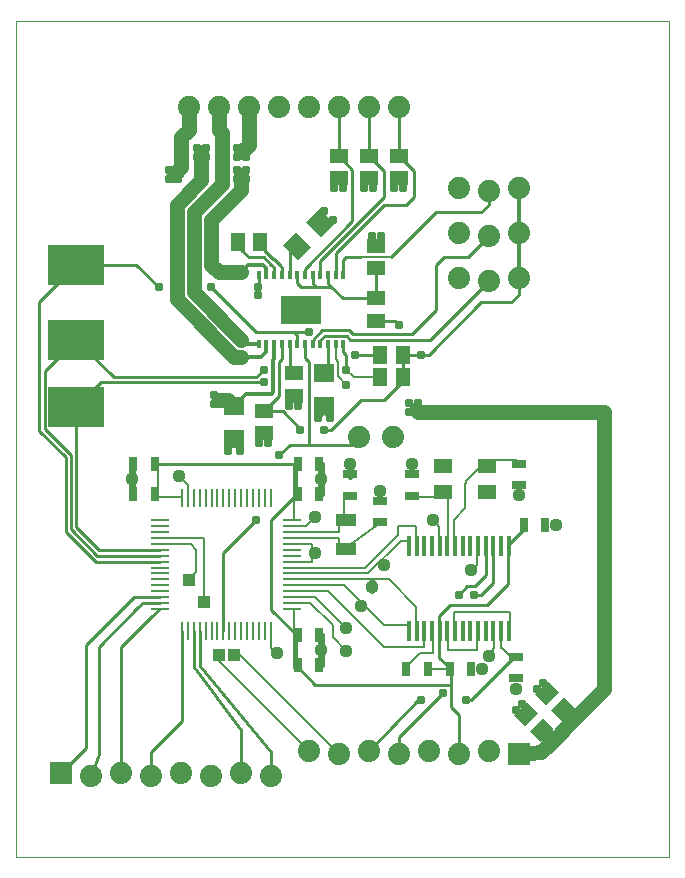
<source format=gtl>
G75*
%MOIN*%
%OFA0B0*%
%FSLAX25Y25*%
%IPPOS*%
%LPD*%
%AMOC8*
5,1,8,0,0,1.08239X$1,22.5*
%
%ADD10C,0.00000*%
%ADD11C,0.07400*%
%ADD12R,0.07087X0.06299*%
%ADD13R,0.05118X0.05906*%
%ADD14R,0.06299X0.07087*%
%ADD15R,0.05906X0.05118*%
%ADD16R,0.07400X0.07400*%
%ADD17R,0.01181X0.02953*%
%ADD18R,0.13780X0.09449*%
%ADD19R,0.00984X0.06102*%
%ADD20R,0.06102X0.00984*%
%ADD21R,0.01575X0.06890*%
%ADD22R,0.07087X0.03937*%
%ADD23R,0.03150X0.04724*%
%ADD24C,0.00800*%
%ADD25R,0.04724X0.03150*%
%ADD26C,0.04400*%
%ADD27C,0.02400*%
%ADD28R,0.06299X0.04921*%
%ADD29R,0.03937X0.00984*%
%ADD30R,0.00984X0.03937*%
%ADD31R,0.18504X0.13504*%
%ADD32C,0.01000*%
%ADD33OC8,0.02978*%
%ADD34C,0.05000*%
%ADD35C,0.01200*%
%ADD36C,0.00600*%
%ADD37R,0.03962X0.03962*%
D10*
X0001400Y0006400D02*
X0001400Y0285101D01*
X0218821Y0285101D01*
X0218821Y0006400D01*
X0001400Y0006400D01*
D11*
X0026400Y0033400D03*
X0036400Y0034400D03*
X0046400Y0033400D03*
X0056400Y0034400D03*
X0066400Y0033400D03*
X0076400Y0034400D03*
X0086400Y0033400D03*
X0098900Y0041900D03*
X0108900Y0040900D03*
X0118900Y0041900D03*
X0128900Y0040900D03*
X0138900Y0041900D03*
X0148900Y0040900D03*
X0158900Y0041900D03*
X0127100Y0146400D03*
X0115700Y0146400D03*
X0148900Y0199400D03*
X0158900Y0198400D03*
X0168900Y0199400D03*
X0168900Y0214400D03*
X0158900Y0213400D03*
X0148900Y0214400D03*
X0158900Y0228400D03*
X0168900Y0229400D03*
X0148900Y0229400D03*
X0128900Y0256400D03*
X0118900Y0256400D03*
X0108900Y0256400D03*
X0098900Y0256400D03*
X0088900Y0256400D03*
X0078900Y0256400D03*
X0068900Y0256400D03*
X0058900Y0256400D03*
D12*
X0103900Y0167912D03*
X0103900Y0156888D03*
X0073900Y0156912D03*
X0073900Y0145888D03*
D13*
X0122660Y0166400D03*
X0122660Y0173900D03*
X0130140Y0173900D03*
X0130140Y0166400D03*
X0082640Y0211400D03*
X0075160Y0211400D03*
G36*
X0178048Y0057219D02*
X0174429Y0060838D01*
X0178604Y0065013D01*
X0182223Y0061394D01*
X0178048Y0057219D01*
G37*
G36*
X0176267Y0044858D02*
X0172648Y0048477D01*
X0176823Y0052652D01*
X0180442Y0049033D01*
X0176267Y0044858D01*
G37*
G36*
X0170977Y0050148D02*
X0167358Y0053767D01*
X0171533Y0057942D01*
X0175152Y0054323D01*
X0170977Y0050148D01*
G37*
G36*
X0183338Y0051929D02*
X0179719Y0055548D01*
X0183894Y0059723D01*
X0187513Y0056104D01*
X0183338Y0051929D01*
G37*
D14*
G36*
X0090272Y0210281D02*
X0094725Y0214734D01*
X0099734Y0209725D01*
X0095281Y0205272D01*
X0090272Y0210281D01*
G37*
G36*
X0098066Y0218075D02*
X0102519Y0222528D01*
X0107528Y0217519D01*
X0103075Y0213066D01*
X0098066Y0218075D01*
G37*
D15*
X0108900Y0232660D03*
X0108900Y0240140D03*
X0118900Y0240140D03*
X0118900Y0232660D03*
X0128900Y0232660D03*
X0128900Y0240140D03*
X0121400Y0210140D03*
X0121400Y0202660D03*
X0121400Y0192640D03*
X0121400Y0185160D03*
X0093900Y0167640D03*
X0093900Y0160160D03*
X0083900Y0155140D03*
X0083900Y0147660D03*
D16*
X0168900Y0040900D03*
X0016400Y0034400D03*
D17*
X0082227Y0177384D03*
X0084786Y0177384D03*
X0087345Y0177384D03*
X0089904Y0177384D03*
X0092463Y0177384D03*
X0095022Y0177384D03*
X0097581Y0177384D03*
X0100140Y0177384D03*
X0102699Y0177384D03*
X0105258Y0177384D03*
X0107817Y0177384D03*
X0110376Y0177384D03*
X0110376Y0200416D03*
X0107817Y0200416D03*
X0105258Y0200416D03*
X0102699Y0200416D03*
X0100140Y0200416D03*
X0097581Y0200416D03*
X0095022Y0200416D03*
X0092463Y0200416D03*
X0089904Y0200416D03*
X0087345Y0200416D03*
X0084786Y0200416D03*
X0082227Y0200416D03*
D18*
X0096400Y0188900D03*
D19*
X0086164Y0125947D03*
X0084195Y0125947D03*
X0082227Y0125947D03*
X0080258Y0125947D03*
X0078290Y0125947D03*
X0076321Y0125947D03*
X0074353Y0125947D03*
X0072384Y0125947D03*
X0070416Y0125947D03*
X0068447Y0125947D03*
X0066479Y0125947D03*
X0064510Y0125947D03*
X0062542Y0125947D03*
X0060573Y0125947D03*
X0058605Y0125947D03*
X0056636Y0125947D03*
X0056636Y0081853D03*
X0058605Y0081853D03*
X0060573Y0081853D03*
X0062542Y0081853D03*
X0064510Y0081853D03*
X0066479Y0081853D03*
X0068447Y0081853D03*
X0070416Y0081853D03*
X0072384Y0081853D03*
X0074353Y0081853D03*
X0076321Y0081853D03*
X0078290Y0081853D03*
X0080258Y0081853D03*
X0082227Y0081853D03*
X0084195Y0081853D03*
X0086164Y0081853D03*
D20*
X0093447Y0089136D03*
X0093447Y0091105D03*
X0093447Y0093073D03*
X0093447Y0095042D03*
X0093447Y0097010D03*
X0093447Y0098979D03*
X0093447Y0100947D03*
X0093447Y0102916D03*
X0093447Y0104884D03*
X0093447Y0106853D03*
X0093447Y0108821D03*
X0093447Y0110790D03*
X0093447Y0112758D03*
X0093447Y0114727D03*
X0093447Y0116695D03*
X0093447Y0118664D03*
X0049353Y0118664D03*
X0049353Y0116695D03*
X0049353Y0114727D03*
X0049353Y0112758D03*
X0049353Y0110790D03*
X0049353Y0108821D03*
X0049353Y0106853D03*
X0049353Y0104884D03*
X0049353Y0102916D03*
X0049353Y0100947D03*
X0049353Y0098979D03*
X0049353Y0097010D03*
X0049353Y0095042D03*
X0049353Y0093073D03*
X0049353Y0091105D03*
X0049353Y0089136D03*
D21*
X0132266Y0081853D03*
X0134825Y0081853D03*
X0137384Y0081853D03*
X0139943Y0081853D03*
X0142502Y0081853D03*
X0145061Y0081853D03*
X0147620Y0081853D03*
X0150180Y0081853D03*
X0152739Y0081853D03*
X0155298Y0081853D03*
X0157857Y0081853D03*
X0160416Y0081853D03*
X0162975Y0081853D03*
X0165534Y0081853D03*
X0165534Y0110199D03*
X0162975Y0110199D03*
X0160416Y0110199D03*
X0157857Y0110199D03*
X0155298Y0110199D03*
X0152739Y0110199D03*
X0150180Y0110199D03*
X0147620Y0110199D03*
X0145061Y0110199D03*
X0142502Y0110199D03*
X0139943Y0110199D03*
X0137384Y0110199D03*
X0134825Y0110199D03*
X0132266Y0110199D03*
D22*
X0111400Y0108979D03*
X0111400Y0118821D03*
D23*
X0102424Y0127522D03*
X0095337Y0127522D03*
X0095337Y0137365D03*
X0102424Y0137365D03*
X0102424Y0080278D03*
X0095337Y0080278D03*
X0095337Y0070435D03*
X0102424Y0070435D03*
X0131420Y0068959D03*
X0138506Y0068959D03*
X0146026Y0068959D03*
X0153113Y0068959D03*
X0170632Y0117187D03*
X0177719Y0117187D03*
X0047463Y0127522D03*
X0040376Y0127522D03*
X0040376Y0137365D03*
X0047463Y0137365D03*
D24*
X0048762Y0138349D02*
X0048762Y0126538D01*
X0056636Y0126538D01*
X0058605Y0126538D02*
X0058605Y0130143D01*
X0058370Y0130709D02*
X0054668Y0134412D01*
X0058371Y0130709D02*
X0058406Y0130670D01*
X0058440Y0130630D01*
X0058470Y0130587D01*
X0058498Y0130543D01*
X0058522Y0130497D01*
X0058544Y0130449D01*
X0058563Y0130400D01*
X0058578Y0130350D01*
X0058590Y0130299D01*
X0058598Y0130247D01*
X0058603Y0130195D01*
X0058605Y0130143D01*
X0048762Y0126538D02*
X0047778Y0126538D01*
X0049353Y0112758D02*
X0063900Y0112758D01*
X0063900Y0091400D01*
X0058900Y0098900D02*
X0061400Y0101400D01*
X0061400Y0108900D01*
X0059510Y0110790D01*
X0049353Y0110790D01*
X0068900Y0073900D02*
X0068900Y0071900D01*
X0098900Y0041900D01*
X0108900Y0040900D02*
X0075900Y0073900D01*
X0073900Y0073900D01*
X0086164Y0076672D02*
X0086164Y0081262D01*
X0086164Y0076672D02*
X0086166Y0076620D01*
X0086171Y0076568D01*
X0086179Y0076516D01*
X0086191Y0076465D01*
X0086206Y0076415D01*
X0086225Y0076366D01*
X0086247Y0076318D01*
X0086271Y0076272D01*
X0086299Y0076228D01*
X0086329Y0076185D01*
X0086363Y0076145D01*
X0086398Y0076106D01*
X0086398Y0076107D02*
X0088132Y0074372D01*
X0094038Y0069451D02*
X0094038Y0089136D01*
X0095514Y0091105D02*
X0099451Y0091105D01*
X0106833Y0083723D01*
X0106833Y0079717D01*
X0111400Y0075150D01*
X0110044Y0081733D02*
X0110044Y0083957D01*
X0100928Y0093073D01*
X0095022Y0093073D01*
X0093054Y0095042D02*
X0105396Y0095042D01*
X0124097Y0076341D01*
X0137345Y0076341D01*
X0137345Y0079294D01*
X0140298Y0079294D02*
X0140298Y0074372D01*
X0135869Y0074372D01*
X0131931Y0070435D01*
X0137837Y0068959D02*
X0145711Y0068959D01*
X0145711Y0067975D02*
X0145219Y0067975D01*
X0145711Y0069943D02*
X0142758Y0072896D01*
X0142758Y0079786D01*
X0145219Y0080278D02*
X0145219Y0075357D01*
X0155061Y0075357D01*
X0155061Y0080278D01*
X0160475Y0076180D02*
X0160469Y0076088D01*
X0160459Y0075996D01*
X0160445Y0075905D01*
X0160427Y0075814D01*
X0160406Y0075724D01*
X0160381Y0075635D01*
X0160353Y0075547D01*
X0160321Y0075460D01*
X0160285Y0075375D01*
X0160246Y0075291D01*
X0160203Y0075209D01*
X0160157Y0075129D01*
X0160108Y0075051D01*
X0160055Y0074975D01*
X0160000Y0074901D01*
X0159941Y0074830D01*
X0159880Y0074761D01*
X0159815Y0074694D01*
X0159748Y0074630D01*
X0158506Y0073388D01*
X0160475Y0076180D02*
X0160475Y0081754D01*
X0162935Y0080278D02*
X0162935Y0076672D01*
X0163170Y0076107D02*
X0165888Y0073388D01*
X0163169Y0076106D02*
X0163134Y0076145D01*
X0163100Y0076185D01*
X0163070Y0076228D01*
X0163042Y0076272D01*
X0163018Y0076318D01*
X0162996Y0076366D01*
X0162977Y0076415D01*
X0162962Y0076465D01*
X0162950Y0076516D01*
X0162942Y0076568D01*
X0162937Y0076620D01*
X0162935Y0076672D01*
X0165888Y0080278D02*
X0165888Y0088152D01*
X0147187Y0088152D01*
X0147187Y0082246D01*
X0134642Y0083473D02*
X0134642Y0089870D01*
X0125534Y0098979D01*
X0094038Y0098979D01*
X0095022Y0100947D02*
X0118644Y0100947D01*
X0129237Y0111540D01*
X0129802Y0111774D02*
X0132424Y0111774D01*
X0134642Y0111774D02*
X0134642Y0116695D01*
X0128487Y0116695D01*
X0128487Y0114074D01*
X0128252Y0113508D02*
X0117660Y0102916D01*
X0095022Y0102916D01*
X0096338Y0104884D02*
X0099943Y0104884D01*
X0099943Y0110790D01*
X0094038Y0110790D01*
X0094038Y0112758D02*
X0108802Y0112758D01*
X0108802Y0108821D01*
X0111754Y0109806D02*
X0122581Y0117680D01*
X0128487Y0114074D02*
X0128485Y0114022D01*
X0128480Y0113970D01*
X0128472Y0113918D01*
X0128460Y0113867D01*
X0128445Y0113817D01*
X0128426Y0113768D01*
X0128404Y0113720D01*
X0128380Y0113674D01*
X0128352Y0113630D01*
X0128322Y0113587D01*
X0128288Y0113547D01*
X0128253Y0113508D01*
X0129236Y0111540D02*
X0129275Y0111575D01*
X0129315Y0111609D01*
X0129358Y0111639D01*
X0129402Y0111667D01*
X0129448Y0111691D01*
X0129496Y0111713D01*
X0129545Y0111732D01*
X0129595Y0111747D01*
X0129646Y0111759D01*
X0129698Y0111767D01*
X0129750Y0111772D01*
X0129802Y0111774D01*
X0140298Y0118664D02*
X0142032Y0116930D01*
X0142266Y0116364D02*
X0142266Y0109806D01*
X0145219Y0110790D02*
X0145219Y0127522D01*
X0143250Y0126538D02*
X0132424Y0126538D01*
X0142032Y0116930D02*
X0142067Y0116891D01*
X0142101Y0116851D01*
X0142131Y0116808D01*
X0142159Y0116764D01*
X0142183Y0116718D01*
X0142205Y0116670D01*
X0142224Y0116621D01*
X0142239Y0116571D01*
X0142251Y0116520D01*
X0142259Y0116468D01*
X0142264Y0116416D01*
X0142266Y0116364D01*
X0147187Y0118332D02*
X0147187Y0110790D01*
X0147187Y0118332D02*
X0147189Y0118384D01*
X0147194Y0118436D01*
X0147202Y0118488D01*
X0147214Y0118539D01*
X0147229Y0118589D01*
X0147248Y0118638D01*
X0147270Y0118686D01*
X0147294Y0118732D01*
X0147322Y0118776D01*
X0147352Y0118819D01*
X0147386Y0118859D01*
X0147421Y0118898D01*
X0147422Y0118898D02*
X0151124Y0122601D01*
X0151124Y0131128D01*
X0151359Y0131693D02*
X0156046Y0136380D01*
X0158506Y0138841D02*
X0167525Y0138841D01*
X0168091Y0138607D02*
X0168841Y0137857D01*
X0168091Y0138607D02*
X0168052Y0138642D01*
X0168012Y0138676D01*
X0167969Y0138706D01*
X0167925Y0138734D01*
X0167879Y0138758D01*
X0167831Y0138780D01*
X0167782Y0138799D01*
X0167732Y0138814D01*
X0167681Y0138826D01*
X0167629Y0138834D01*
X0167577Y0138839D01*
X0167525Y0138841D01*
X0151358Y0131694D02*
X0151323Y0131655D01*
X0151289Y0131615D01*
X0151259Y0131572D01*
X0151231Y0131528D01*
X0151207Y0131482D01*
X0151185Y0131434D01*
X0151166Y0131385D01*
X0151151Y0131335D01*
X0151139Y0131284D01*
X0151131Y0131232D01*
X0151126Y0131180D01*
X0151124Y0131128D01*
X0155061Y0108821D02*
X0155061Y0104231D01*
X0154827Y0103666D02*
X0153093Y0101931D01*
X0154827Y0103665D02*
X0154862Y0103704D01*
X0154896Y0103744D01*
X0154926Y0103787D01*
X0154954Y0103831D01*
X0154978Y0103877D01*
X0155000Y0103925D01*
X0155019Y0103974D01*
X0155034Y0104024D01*
X0155046Y0104075D01*
X0155054Y0104127D01*
X0155059Y0104179D01*
X0155061Y0104231D01*
X0165709Y0110610D02*
X0170317Y0115219D01*
X0132424Y0083723D02*
X0124057Y0083723D01*
X0110770Y0097010D01*
X0092561Y0097010D01*
X0094038Y0114727D02*
X0108802Y0114727D01*
X0108802Y0118664D01*
X0110770Y0118664D02*
X0110770Y0126538D01*
X0100928Y0119648D02*
X0097975Y0116695D01*
X0095022Y0116695D01*
X0094038Y0118664D02*
X0094038Y0137857D01*
X0111400Y0163900D02*
X0108643Y0166657D01*
X0108643Y0171558D01*
X0107817Y0172384D01*
X0107817Y0177384D01*
X0111400Y0168900D02*
X0113900Y0166400D01*
X0122660Y0166400D01*
D25*
X0112739Y0133939D03*
X0112739Y0126853D03*
X0122581Y0125081D03*
X0122581Y0117994D03*
X0133408Y0126853D03*
X0133408Y0133939D03*
X0168841Y0130455D03*
X0168841Y0137542D03*
X0167857Y0073073D03*
X0167857Y0065987D03*
D26*
X0167857Y0062561D03*
X0158998Y0073388D03*
X0156538Y0068959D03*
X0153093Y0101931D03*
X0140298Y0118664D03*
X0133408Y0137365D03*
X0122581Y0128506D03*
X0112739Y0137365D03*
X0102896Y0132443D03*
X0100928Y0119648D03*
X0100928Y0107837D03*
X0116415Y0090170D03*
X0120036Y0096418D03*
X0123950Y0103900D03*
X0111400Y0082650D03*
X0111400Y0075150D03*
X0102896Y0075357D03*
X0088132Y0074372D03*
X0055652Y0133428D03*
X0039904Y0132443D03*
X0168841Y0127030D03*
X0181144Y0117187D03*
D27*
X0120000Y0098000D02*
X0120000Y0095500D01*
X0102896Y0080357D02*
X0102896Y0070435D01*
X0102896Y0127522D02*
X0102896Y0137443D01*
X0112739Y0137365D02*
X0112739Y0133428D01*
X0039904Y0137365D02*
X0039904Y0127443D01*
D28*
X0143762Y0128034D03*
X0143762Y0136695D03*
X0158329Y0136695D03*
X0158329Y0128034D03*
D29*
X0167857Y0073782D03*
D30*
X0145711Y0068959D03*
X0170317Y0117187D03*
X0094645Y0137295D03*
X0047926Y0137495D03*
X0094567Y0070431D03*
D31*
X0021400Y0156400D03*
X0021400Y0178900D03*
X0021400Y0203900D03*
D32*
X0041400Y0203900D01*
X0048900Y0196400D01*
X0066400Y0196400D02*
X0081400Y0181400D01*
X0093900Y0181400D01*
X0093917Y0181417D01*
X0098883Y0181417D01*
X0100140Y0178731D02*
X0103370Y0181961D01*
X0112251Y0181961D01*
X0113512Y0180700D01*
X0133200Y0180700D01*
X0141400Y0188900D01*
X0141400Y0203900D01*
X0143900Y0206400D01*
X0151900Y0206400D01*
X0158900Y0213400D01*
X0156400Y0221400D02*
X0141400Y0221400D01*
X0126400Y0206400D01*
X0121400Y0202660D02*
X0121400Y0192640D01*
X0110160Y0192640D01*
X0106400Y0196400D01*
X0105258Y0197542D01*
X0105258Y0200416D01*
X0102699Y0200416D02*
X0102699Y0205154D01*
X0123900Y0226354D01*
X0123900Y0235010D01*
X0118900Y0240010D01*
X0118900Y0240140D01*
X0118900Y0256400D01*
X0108900Y0256400D02*
X0108900Y0240140D01*
X0108900Y0240010D01*
X0113400Y0235510D01*
X0113400Y0218400D01*
X0097581Y0202581D01*
X0097581Y0200416D01*
X0095022Y0200416D02*
X0095022Y0197778D01*
X0096400Y0196400D01*
X0101400Y0196400D01*
X0100140Y0197660D01*
X0100140Y0200416D01*
X0101400Y0196400D02*
X0106400Y0196400D01*
X0107817Y0200416D02*
X0107817Y0207726D01*
X0123991Y0223900D01*
X0131400Y0223900D01*
X0133900Y0226400D01*
X0133900Y0235010D01*
X0128900Y0240010D01*
X0128900Y0240140D01*
X0128900Y0256400D01*
X0128900Y0232660D02*
X0130400Y0231160D01*
X0130400Y0229400D01*
X0127400Y0231160D02*
X0128900Y0232660D01*
X0127400Y0231160D02*
X0127400Y0229400D01*
X0120400Y0229400D02*
X0120400Y0231160D01*
X0118900Y0232660D01*
X0117400Y0231160D01*
X0117400Y0229400D01*
X0110400Y0229400D02*
X0110400Y0231160D01*
X0108900Y0232660D01*
X0107400Y0231160D01*
X0107400Y0229400D01*
X0103900Y0221900D02*
X0103900Y0218900D01*
X0102797Y0217797D01*
X0103900Y0218900D02*
X0106900Y0218900D01*
X0111400Y0206400D02*
X0116400Y0206400D01*
X0111400Y0206400D02*
X0110376Y0205376D01*
X0110376Y0200416D01*
X0121400Y0210140D02*
X0119900Y0211640D01*
X0119900Y0213400D01*
X0122900Y0213400D02*
X0122900Y0211640D01*
X0121400Y0210140D01*
X0121400Y0185160D02*
X0127640Y0185160D01*
X0128900Y0183900D01*
X0130140Y0173900D02*
X0136400Y0173900D01*
X0138900Y0173900D01*
X0156400Y0191400D01*
X0166400Y0191400D01*
X0168900Y0193900D01*
X0168900Y0199400D01*
X0158900Y0198400D02*
X0139400Y0178900D01*
X0112766Y0178900D01*
X0111505Y0180161D01*
X0104129Y0180161D01*
X0102699Y0178731D01*
X0102699Y0177384D01*
X0100140Y0177384D02*
X0100140Y0178731D01*
X0097581Y0177384D02*
X0097581Y0172719D01*
X0098900Y0171400D01*
X0098900Y0143900D01*
X0113200Y0143900D01*
X0115700Y0146400D01*
X0106400Y0148900D02*
X0116400Y0158900D01*
X0123900Y0158900D01*
X0130140Y0165140D01*
X0130140Y0166400D01*
X0130140Y0173900D01*
X0122660Y0173900D02*
X0114189Y0173900D01*
X0111400Y0173900D02*
X0111400Y0168900D01*
X0111400Y0173900D02*
X0110376Y0174924D01*
X0110376Y0177384D01*
X0105258Y0177384D02*
X0105258Y0169270D01*
X0103900Y0167912D01*
X0103900Y0156888D02*
X0103900Y0154900D01*
X0105900Y0152900D01*
X0103900Y0154900D02*
X0101900Y0152900D01*
X0103900Y0148900D02*
X0106400Y0148900D01*
X0098900Y0143900D02*
X0092516Y0143900D01*
X0088900Y0140284D01*
X0085400Y0144400D02*
X0085400Y0145043D01*
X0083342Y0147101D01*
X0083900Y0147660D01*
X0083342Y0147101D02*
X0082400Y0146160D01*
X0082400Y0144400D01*
X0075900Y0143495D02*
X0075900Y0141900D01*
X0075900Y0143495D02*
X0073703Y0145692D01*
X0073900Y0145888D01*
X0073703Y0145692D02*
X0071900Y0143888D01*
X0071900Y0141900D01*
X0067400Y0157400D02*
X0068900Y0158900D01*
X0067400Y0160400D01*
X0081400Y0166400D02*
X0033900Y0166400D01*
X0021400Y0178900D01*
X0010848Y0168348D01*
X0010848Y0149110D01*
X0019600Y0140358D01*
X0019600Y0115654D01*
X0028402Y0106853D01*
X0049353Y0106853D01*
X0049353Y0108821D02*
X0028979Y0108821D01*
X0021400Y0116400D01*
X0021400Y0156400D01*
X0029600Y0164600D01*
X0083900Y0164600D01*
X0081400Y0166400D02*
X0083900Y0168900D01*
X0088900Y0171400D02*
X0088900Y0160140D01*
X0083900Y0155140D01*
X0090160Y0155140D01*
X0096400Y0148900D01*
X0096111Y0148900D01*
X0095400Y0156900D02*
X0095400Y0157877D01*
X0093509Y0159768D01*
X0093900Y0160160D01*
X0093509Y0159768D02*
X0092400Y0158660D01*
X0092400Y0156900D01*
X0093900Y0167640D02*
X0092463Y0169077D01*
X0092463Y0177384D01*
X0089904Y0177384D02*
X0089904Y0172404D01*
X0088900Y0171400D01*
X0095022Y0177384D02*
X0095022Y0180278D01*
X0093900Y0181400D01*
X0081900Y0196400D02*
X0082227Y0196727D01*
X0082227Y0200416D01*
X0087345Y0200416D02*
X0087345Y0202955D01*
X0086400Y0203900D01*
X0086354Y0203900D01*
X0083877Y0206377D01*
X0078923Y0206377D01*
X0076400Y0208900D01*
X0076400Y0210160D01*
X0075160Y0211400D01*
X0082640Y0211400D02*
X0083900Y0208900D01*
X0087100Y0205700D01*
X0087146Y0205700D01*
X0089145Y0203701D01*
X0089145Y0203655D01*
X0089904Y0202896D01*
X0089904Y0200416D01*
X0092463Y0200416D02*
X0092463Y0209963D01*
X0095003Y0210003D01*
X0077900Y0232400D02*
X0077101Y0232400D01*
X0076000Y0233500D01*
X0076400Y0233900D01*
X0076373Y0233927D01*
X0077845Y0235400D01*
X0077900Y0235400D01*
X0076373Y0233927D02*
X0074900Y0235400D01*
X0076000Y0233500D02*
X0074900Y0232400D01*
X0074900Y0239900D02*
X0076197Y0241197D01*
X0076514Y0240880D01*
X0074900Y0242493D01*
X0074900Y0242900D01*
X0076400Y0241400D02*
X0077900Y0242900D01*
X0076400Y0241400D02*
X0076197Y0241197D01*
X0076514Y0240880D02*
X0077493Y0239900D01*
X0077900Y0239900D01*
X0064600Y0239900D02*
X0063100Y0241400D01*
X0061600Y0239900D01*
X0063100Y0241400D02*
X0061600Y0242900D01*
X0063100Y0241400D02*
X0064600Y0242900D01*
X0055400Y0235400D02*
X0053900Y0233900D01*
X0053788Y0233788D01*
X0055177Y0232400D01*
X0055400Y0232400D01*
X0053900Y0233900D02*
X0052400Y0235400D01*
X0053788Y0233788D02*
X0052400Y0232400D01*
X0021400Y0203900D02*
X0008900Y0191400D01*
X0009048Y0191252D01*
X0009048Y0148364D01*
X0017800Y0139612D01*
X0017800Y0114909D01*
X0027825Y0104884D01*
X0049353Y0104884D01*
X0049353Y0093073D02*
X0040482Y0093073D01*
X0024600Y0077191D01*
X0024600Y0042600D01*
X0016400Y0034400D01*
X0026400Y0033400D02*
X0028900Y0040900D01*
X0028900Y0076400D01*
X0042100Y0089600D01*
X0042100Y0089646D01*
X0043559Y0091105D01*
X0049353Y0091105D01*
X0049353Y0089136D02*
X0046636Y0086636D01*
X0036400Y0076400D01*
X0036400Y0034400D01*
X0046400Y0033400D02*
X0046400Y0041400D01*
X0056636Y0051636D01*
X0056636Y0081853D01*
X0060573Y0081853D02*
X0060573Y0069681D01*
X0076377Y0048877D01*
X0076377Y0034423D01*
X0076400Y0034400D01*
X0086400Y0033400D02*
X0086400Y0041400D01*
X0062542Y0070258D01*
X0062542Y0081853D01*
X0070416Y0081853D02*
X0070416Y0107916D01*
X0081400Y0118900D01*
X0086400Y0118900D02*
X0086400Y0088900D01*
X0094567Y0080733D01*
X0094567Y0070431D01*
X0101098Y0063900D01*
X0146160Y0063900D01*
X0146400Y0063660D01*
X0146400Y0056400D01*
X0148900Y0053900D01*
X0148900Y0040900D01*
X0151400Y0058900D02*
X0152975Y0058900D01*
X0167857Y0073782D01*
X0177082Y0064481D02*
X0177743Y0063820D01*
X0177743Y0061116D01*
X0178326Y0061116D01*
X0177743Y0061116D02*
X0176205Y0061116D01*
X0174961Y0062360D01*
X0170011Y0057410D02*
X0171255Y0056166D01*
X0171255Y0054064D01*
X0169115Y0054064D01*
X0167890Y0055289D01*
X0171255Y0054064D02*
X0171255Y0054045D01*
X0146400Y0063660D02*
X0146400Y0068270D01*
X0145878Y0068792D01*
X0145878Y0069422D01*
X0142400Y0072900D01*
X0142400Y0086900D01*
X0145900Y0090400D01*
X0158400Y0090400D01*
X0165400Y0097400D01*
X0165400Y0110400D01*
X0170317Y0115317D01*
X0170317Y0117187D01*
X0160416Y0110199D02*
X0160416Y0097916D01*
X0156400Y0093900D01*
X0153900Y0093900D01*
X0154189Y0096689D02*
X0151689Y0096689D01*
X0148900Y0093900D01*
X0154189Y0096689D02*
X0157857Y0100357D01*
X0157857Y0110199D01*
X0145711Y0068959D02*
X0145878Y0068792D01*
X0143611Y0061111D02*
X0128900Y0046400D01*
X0128900Y0040900D01*
X0118900Y0041900D02*
X0135400Y0058900D01*
X0136400Y0058900D01*
X0086400Y0118900D02*
X0094645Y0127145D01*
X0094645Y0137295D01*
X0094445Y0137495D01*
X0047926Y0137495D01*
X0132400Y0154900D02*
X0133900Y0156400D01*
X0135400Y0154900D01*
X0133900Y0156400D02*
X0132400Y0157900D01*
X0133900Y0156400D02*
X0135400Y0157900D01*
X0156400Y0221400D02*
X0158900Y0223900D01*
X0158900Y0228400D01*
D33*
X0130400Y0229400D03*
X0127400Y0229400D03*
X0120400Y0229400D03*
X0117400Y0229400D03*
X0110400Y0229400D03*
X0107400Y0229400D03*
X0103900Y0221900D03*
X0106900Y0218900D03*
X0119900Y0213400D03*
X0122900Y0213400D03*
X0101400Y0191400D03*
X0101400Y0188900D03*
X0101400Y0186400D03*
X0098900Y0186400D03*
X0098900Y0188900D03*
X0098900Y0191400D03*
X0096400Y0191400D03*
X0096400Y0188900D03*
X0096400Y0186400D03*
X0093900Y0186400D03*
X0093900Y0188900D03*
X0093900Y0191400D03*
X0091400Y0191400D03*
X0091400Y0188900D03*
X0091400Y0186400D03*
X0098883Y0181417D03*
X0111400Y0168900D03*
X0114189Y0173900D03*
X0111400Y0163900D03*
X0105900Y0152900D03*
X0103900Y0148900D03*
X0101900Y0152900D03*
X0096111Y0148900D03*
X0095400Y0156900D03*
X0092400Y0156900D03*
X0083900Y0164600D03*
X0083900Y0168900D03*
X0068900Y0158900D03*
X0067400Y0160400D03*
X0067400Y0157400D03*
X0071900Y0141900D03*
X0075900Y0141900D03*
X0082400Y0144400D03*
X0085400Y0144400D03*
X0088900Y0140284D03*
X0081400Y0118900D03*
X0128900Y0183900D03*
X0136400Y0173900D03*
X0135400Y0157900D03*
X0133900Y0156400D03*
X0132400Y0154900D03*
X0132400Y0157900D03*
X0135400Y0154900D03*
X0148900Y0093900D03*
X0153900Y0093900D03*
X0143611Y0061111D03*
X0151400Y0058900D03*
X0136400Y0058900D03*
X0167890Y0055289D03*
X0170011Y0057410D03*
X0174961Y0062360D03*
X0177082Y0064481D03*
X0081900Y0193900D03*
X0081900Y0196400D03*
X0066400Y0196400D03*
X0048900Y0196400D03*
X0052400Y0232400D03*
X0053900Y0233900D03*
X0052400Y0235400D03*
X0055400Y0235400D03*
X0055400Y0232400D03*
X0061600Y0239900D03*
X0063100Y0241400D03*
X0064600Y0239900D03*
X0064600Y0242900D03*
X0061600Y0242900D03*
X0074900Y0242900D03*
X0076400Y0241400D03*
X0074900Y0239900D03*
X0074900Y0235400D03*
X0076400Y0233900D03*
X0077900Y0235400D03*
X0077900Y0232400D03*
X0074900Y0232400D03*
X0077900Y0239900D03*
X0077900Y0242900D03*
D34*
X0078900Y0243900D02*
X0078900Y0256400D01*
X0068900Y0256400D02*
X0068900Y0248900D01*
X0070111Y0247689D01*
X0070111Y0230813D01*
X0060600Y0221302D01*
X0060600Y0194700D01*
X0076400Y0178900D01*
X0076400Y0173100D02*
X0073998Y0173100D01*
X0054800Y0192298D01*
X0054800Y0223705D01*
X0063100Y0232005D01*
X0063100Y0241400D01*
X0056400Y0246400D02*
X0058900Y0248900D01*
X0058900Y0256400D01*
X0056400Y0246400D02*
X0056400Y0236400D01*
X0053900Y0233900D01*
X0066400Y0218900D02*
X0076400Y0228900D01*
X0076400Y0233900D01*
X0076400Y0241400D02*
X0078900Y0243900D01*
X0066400Y0218900D02*
X0066400Y0203900D01*
X0068900Y0201400D01*
X0076400Y0201400D01*
X0071912Y0158900D02*
X0068900Y0158900D01*
X0071912Y0158900D02*
X0073900Y0156912D01*
X0135400Y0154900D02*
X0135479Y0154821D01*
X0197321Y0154821D01*
X0197321Y0062321D01*
X0186400Y0051400D01*
X0186400Y0053042D01*
X0183616Y0055826D01*
X0186400Y0051400D02*
X0180150Y0045150D01*
X0180150Y0045150D01*
X0176400Y0041400D01*
X0168900Y0040900D01*
X0176545Y0048755D02*
X0180150Y0045150D01*
D35*
X0086500Y0160900D02*
X0077888Y0160900D01*
X0073900Y0156912D01*
X0086500Y0160900D02*
X0087000Y0161400D01*
X0087000Y0172187D01*
X0087345Y0172532D01*
X0087345Y0177384D01*
X0084786Y0177384D02*
X0084786Y0174786D01*
X0083100Y0173100D01*
X0076400Y0173100D01*
X0077916Y0177384D02*
X0076400Y0178900D01*
X0077916Y0177384D02*
X0082227Y0177384D01*
X0084786Y0200416D02*
X0084786Y0202782D01*
X0083784Y0203784D01*
X0078784Y0203784D01*
X0076400Y0201400D01*
X0168900Y0199400D02*
X0168900Y0214400D01*
X0168900Y0229400D01*
D36*
X0126400Y0206400D02*
X0116400Y0206400D01*
D37*
X0058900Y0098900D03*
X0063900Y0091400D03*
X0068900Y0073900D03*
X0073900Y0073900D03*
M02*

</source>
